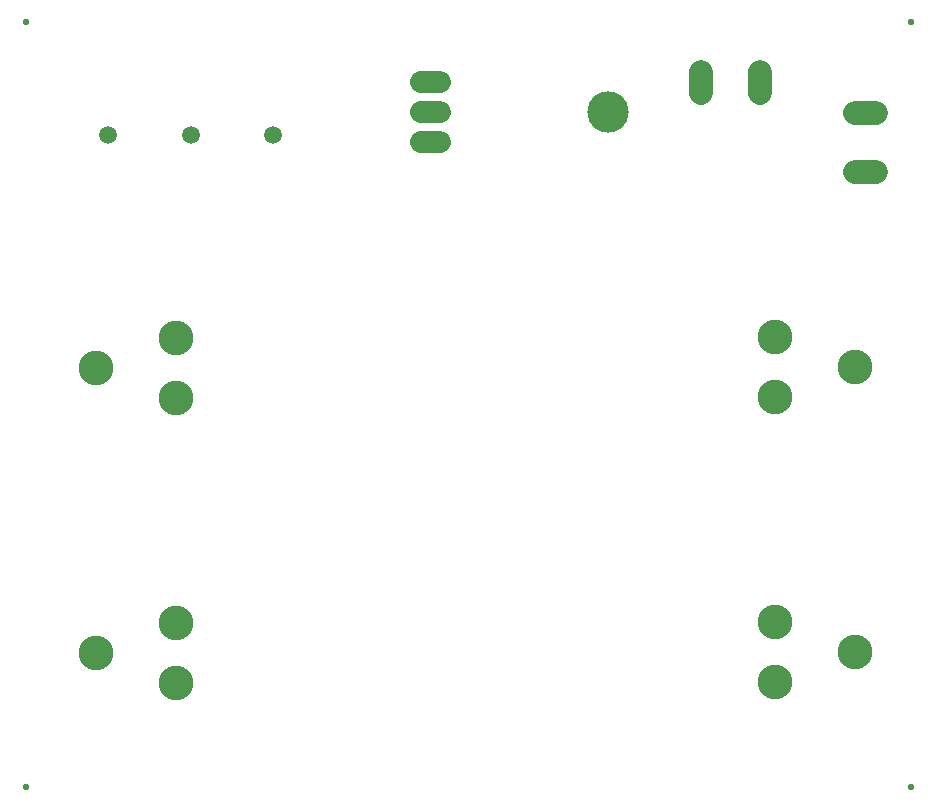
<source format=gbs>
G75*
%MOIN*%
%OFA0B0*%
%FSLAX25Y25*%
%IPPOS*%
%LPD*%
%AMOC8*
5,1,8,0,0,1.08239X$1,22.5*
%
%ADD10C,0.02178*%
%ADD11C,0.07400*%
%ADD12C,0.13800*%
%ADD13C,0.11600*%
%ADD14C,0.05950*%
%ADD15C,0.07850*%
D10*
X0012000Y0012000D03*
X0012000Y0267000D03*
X0307000Y0267000D03*
X0307000Y0012000D03*
D11*
X0150300Y0227000D02*
X0143700Y0227000D01*
X0143700Y0237000D02*
X0150300Y0237000D01*
X0150300Y0247000D02*
X0143700Y0247000D01*
D12*
X0206000Y0237000D03*
D13*
X0261921Y0162039D03*
X0261921Y0142039D03*
X0288488Y0152039D03*
X0261921Y0067039D03*
X0261921Y0047039D03*
X0288488Y0057039D03*
X0062079Y0066961D03*
X0062079Y0046961D03*
X0035512Y0056961D03*
X0062079Y0141961D03*
X0062079Y0161961D03*
X0035512Y0151961D03*
D14*
X0039500Y0229500D03*
X0067000Y0229500D03*
X0094500Y0229500D03*
D15*
X0237157Y0243475D02*
X0237157Y0250525D01*
X0256843Y0250525D02*
X0256843Y0243475D01*
X0288475Y0236843D02*
X0295525Y0236843D01*
X0295525Y0217157D02*
X0288475Y0217157D01*
M02*

</source>
